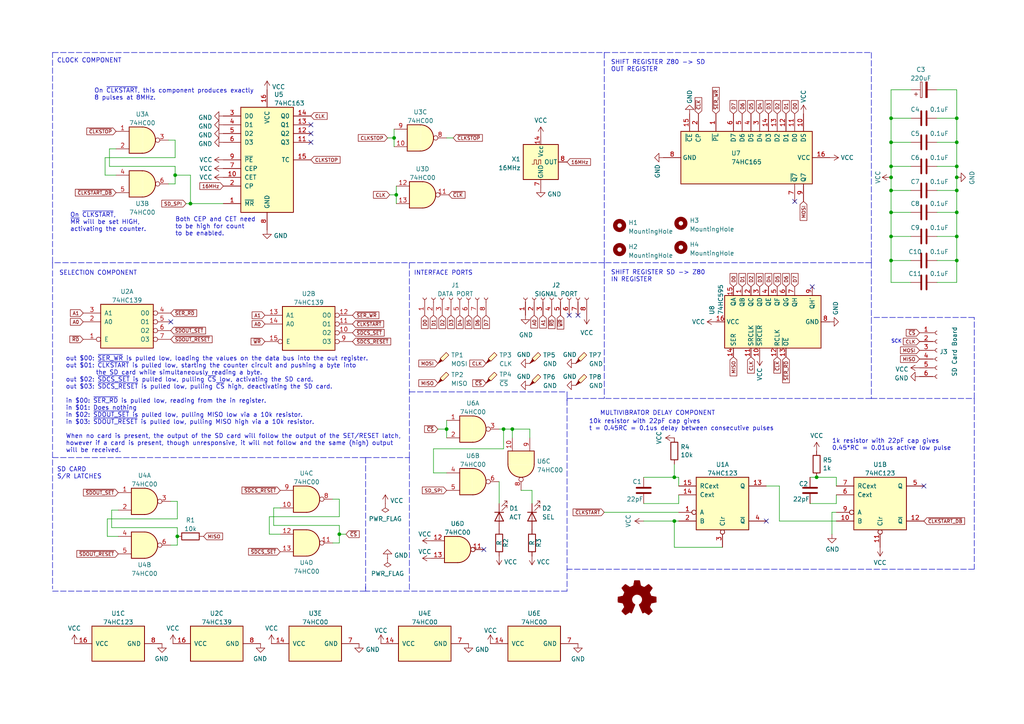
<source format=kicad_sch>
(kicad_sch (version 20211123) (generator eeschema)
  (paper "A4")
  (title_block (title "SD Card Interface Board") (date "2023-08-16") (rev "Rev1"))
  (lib_symbols
    (symbol "74xx:74HC00" (pin_names (offset 1.016))
      (property "Reference" "U" (at 0 1.27 0))
      (property "Value" "74HC00" (at 0 -1.27 0))
      (symbol "74HC00_1_1"
        (pin input line (at -7.62 2.54 0) (length 3.81) (name "~") (number "1"))
        (pin input line (at -7.62 -2.54 0) (length 3.81) (name "~") (number "2"))
        (pin output inverted (at 7.62 0 180) (length 3.81) (name "~") (number "3"))
      )
      (symbol "74HC00_1_2"
        (pin input inverted (at -7.62 2.54 0) (length 4.318) (name "~") (number "1"))
        (pin input inverted (at -7.62 -2.54 0) (length 4.318) (name "~") (number "2"))
        (pin output line (at 7.62 0 180) (length 3.81) (name "~") (number "3"))
      )
      (symbol "74HC00_2_1"
        (pin input line (at -7.62 2.54 0) (length 3.81) (name "~") (number "4"))
        (pin input line (at -7.62 -2.54 0) (length 3.81) (name "~") (number "5"))
        (pin output inverted (at 7.62 0 180) (length 3.81) (name "~") (number "6"))
      )
      (symbol "74HC00_2_2"
        (pin input inverted (at -7.62 2.54 0) (length 4.318) (name "~") (number "4"))
        (pin input inverted (at -7.62 -2.54 0) (length 4.318) (name "~") (number "5"))
        (pin output line (at 7.62 0 180) (length 3.81) (name "~") (number "6"))
      )
      (symbol "74HC00_3_1"
        (pin input line (at -7.62 -2.54 0) (length 3.81) (name "~") (number "10"))
        (pin output inverted (at 7.62 0 180) (length 3.81) (name "~") (number "8"))
        (pin input line (at -7.62 2.54 0) (length 3.81) (name "~") (number "9"))
      )
      (symbol "74HC00_3_2"
        (pin input inverted (at -7.62 -2.54 0) (length 4.318) (name "~") (number "10"))
        (pin output line (at 7.62 0 180) (length 3.81) (name "~") (number "8"))
        (pin input inverted (at -7.62 2.54 0) (length 4.318) (name "~") (number "9"))
      )
      (symbol "74HC00_4_1"
        (pin output inverted (at 7.62 0 180) (length 3.81) (name "~") (number "11"))
        (pin input line (at -7.62 2.54 0) (length 3.81) (name "~") (number "12"))
        (pin input line (at -7.62 -2.54 0) (length 3.81) (name "~") (number "13"))
      )
      (symbol "74HC00_4_2"
        (pin output line (at 7.62 0 180) (length 3.81) (name "~") (number "11"))
        (pin input inverted (at -7.62 2.54 0) (length 4.318) (name "~") (number "12"))
        (pin input inverted (at -7.62 -2.54 0) (length 4.318) (name "~") (number "13"))
      )
      (symbol "74HC00_5_0"
        (pin power_in line (at 0 12.7 270) (length 5.08) (name "VCC") (number "14"))
        (pin power_in line (at 0 -12.7 90) (length 5.08) (name "GND") (number "7"))
      )
    )
    (symbol "74xx:74LS123" (pin_names (offset 1.016))
      (property "Reference" "U" (at -7.62 8.89 0))
      (property "Value" "74LS123" (at -7.62 -8.89 0))
      (symbol "74LS123_1_0"
        (pin input inverted (at -12.7 -2.54 0) (length 5.08) (name "A") (number "1"))
        (pin output line (at 12.7 5.08 180) (length 5.08) (name "Q") (number "13"))
        (pin input line (at -12.7 2.54 0) (length 5.08) (name "Cext") (number "14"))
        (pin input line (at -12.7 5.08 0) (length 5.08) (name "RCext") (number "15"))
        (pin input line (at -12.7 -5.08 0) (length 5.08) (name "B") (number "2"))
        (pin input inverted (at 0 -12.7 90) (length 5.08) (name "Clr") (number "3"))
        (pin output line (at 12.7 -5.08 180) (length 5.08) (name "~{Q}") (number "4"))
      )
      (symbol "74LS123_2_0"
        (pin input line (at -12.7 -5.08 0) (length 5.08) (name "B") (number "10"))
        (pin input inverted (at 0 -12.7 90) (length 5.08) (name "Clr") (number "11"))
        (pin output line (at 12.7 -5.08 180) (length 5.08) (name "~{Q}") (number "12"))
        (pin output line (at 12.7 5.08 180) (length 5.08) (name "Q") (number "5"))
        (pin input line (at -12.7 2.54 0) (length 5.08) (name "Cext") (number "6"))
        (pin input line (at -12.7 5.08 0) (length 5.08) (name "RCext") (number "7"))
        (pin input inverted (at -12.7 -2.54 0) (length 5.08) (name "A") (number "9"))
      )
      (symbol "74LS123_3_0"
        (pin power_in line (at 0 12.7 270) (length 5.08) (name "VCC") (number "16"))
        (pin power_in line (at 0 -12.7 90) (length 5.08) (name "GND") (number "8"))
      )
    )
    (symbol "74xx:74LS139" (pin_names (offset 1.016))
      (property "Reference" "U" (at -7.62 8.89 0))
      (property "Value" "74LS139" (at -7.62 -8.89 0))
      (symbol "74LS139_1_0"
        (pin input inverted (at -12.7 -5.08 0) (length 5.08) (name "E") (number "1"))
        (pin input line (at -12.7 0 0) (length 5.08) (name "A0") (number "2"))
        (pin input line (at -12.7 2.54 0) (length 5.08) (name "A1") (number "3"))
        (pin output inverted (at 12.7 2.54 180) (length 5.08) (name "O0") (number "4"))
        (pin output inverted (at 12.7 0 180) (length 5.08) (name "O1") (number "5"))
        (pin output inverted (at 12.7 -2.54 180) (length 5.08) (name "O2") (number "6"))
        (pin output inverted (at 12.7 -5.08 180) (length 5.08) (name "O3") (number "7"))
      )
      (symbol "74LS139_2_0"
        (pin output inverted (at 12.7 -2.54 180) (length 5.08) (name "O2") (number "10"))
        (pin output inverted (at 12.7 0 180) (length 5.08) (name "O1") (number "11"))
        (pin output inverted (at 12.7 2.54 180) (length 5.08) (name "O0") (number "12"))
        (pin input line (at -12.7 2.54 0) (length 5.08) (name "A1") (number "13"))
        (pin input line (at -12.7 0 0) (length 5.08) (name "A0") (number "14"))
        (pin input inverted (at -12.7 -5.08 0) (length 5.08) (name "E") (number "15"))
        (pin output inverted (at 12.7 -5.08 180) (length 5.08) (name "O3") (number "9"))
      )
      (symbol "74LS139_3_0"
        (pin power_in line (at 0 12.7 270) (length 5.08) (name "VCC") (number "16"))
        (pin power_in line (at 0 -12.7 90) (length 5.08) (name "GND") (number "8"))
      )
    )
    (symbol "74xx:74LS163" (pin_names (offset 1.016))
      (property "Reference" "U" (at -7.62 16.51 0))
      (property "Value" "74LS163" (at -7.62 -16.51 0))
      (symbol "74LS163_1_0"
        (pin input line (at -12.7 -12.7 0) (length 5.08) (name "~{MR}") (number "1"))
        (pin input line (at -12.7 -5.08 0) (length 5.08) (name "CET") (number "10"))
        (pin output line (at 12.7 5.08 180) (length 5.08) (name "Q3") (number "11"))
        (pin output line (at 12.7 7.62 180) (length 5.08) (name "Q2") (number "12"))
        (pin output line (at 12.7 10.16 180) (length 5.08) (name "Q1") (number "13"))
        (pin output line (at 12.7 12.7 180) (length 5.08) (name "Q0") (number "14"))
        (pin output line (at 12.7 0 180) (length 5.08) (name "TC") (number "15"))
        (pin power_in line (at 0 20.32 270) (length 5.08) (name "VCC") (number "16"))
        (pin input line (at -12.7 -7.62 0) (length 5.08) (name "CP") (number "2"))
        (pin input line (at -12.7 12.7 0) (length 5.08) (name "D0") (number "3"))
        (pin input line (at -12.7 10.16 0) (length 5.08) (name "D1") (number "4"))
        (pin input line (at -12.7 7.62 0) (length 5.08) (name "D2") (number "5"))
        (pin input line (at -12.7 5.08 0) (length 5.08) (name "D3") (number "6"))
        (pin input line (at -12.7 -2.54 0) (length 5.08) (name "CEP") (number "7"))
        (pin power_in line (at 0 -20.32 90) (length 5.08) (name "GND") (number "8"))
        (pin input line (at -12.7 0 0) (length 5.08) (name "~{PE}") (number "9"))
      )
    )
    (symbol "74xx:74LS165"
      (property "Reference" "U" (at -7.62 19.05 0))
      (property "Value" "74LS165" (at -7.62 -21.59 0))
      (symbol "74LS165_1_0"
        (pin input line (at -12.7 -10.16 0) (length 5.08) (name "~{PL}") (number "1"))
        (pin input line (at -12.7 15.24 0) (length 5.08) (name "DS") (number "10"))
        (pin input line (at -12.7 12.7 0) (length 5.08) (name "D0") (number "11"))
        (pin input line (at -12.7 10.16 0) (length 5.08) (name "D1") (number "12"))
        (pin input line (at -12.7 7.62 0) (length 5.08) (name "D2") (number "13"))
        (pin input line (at -12.7 5.08 0) (length 5.08) (name "D3") (number "14"))
        (pin input line (at -12.7 -17.78 0) (length 5.08) (name "~{CE}") (number "15"))
        (pin power_in line (at 0 22.86 270) (length 5.08) (name "VCC") (number "16"))
        (pin input line (at -12.7 -15.24 0) (length 5.08) (name "CP") (number "2"))
        (pin input line (at -12.7 2.54 0) (length 5.08) (name "D4") (number "3"))
        (pin input line (at -12.7 0 0) (length 5.08) (name "D5") (number "4"))
        (pin input line (at -12.7 -2.54 0) (length 5.08) (name "D6") (number "5"))
        (pin input line (at -12.7 -5.08 0) (length 5.08) (name "D7") (number "6"))
        (pin output line (at 12.7 12.7 180) (length 5.08) (name "~{Q7}") (number "7"))
        (pin power_in line (at 0 -25.4 90) (length 5.08) (name "GND") (number "8"))
        (pin output line (at 12.7 15.24 180) (length 5.08) (name "Q7") (number "9"))
      )
    )
    (symbol "74xx:74LS595"
      (property "Reference" "U" (at -7.62 13.97 0))
      (property "Value" "74LS595" (at -7.62 -16.51 0))
      (symbol "74LS595_1_0"
        (pin tri_state line (at 10.16 7.62 180) (length 2.54) (name "QB") (number "1"))
        (pin input line (at -10.16 2.54 0) (length 2.54) (name "~{SRCLR}") (number "10"))
        (pin input line (at -10.16 5.08 0) (length 2.54) (name "SRCLK") (number "11"))
        (pin input line (at -10.16 -2.54 0) (length 2.54) (name "RCLK") (number "12"))
        (pin input line (at -10.16 -5.08 0) (length 2.54) (name "~{OE}") (number "13"))
        (pin input line (at -10.16 10.16 0) (length 2.54) (name "SER") (number "14"))
        (pin tri_state line (at 10.16 10.16 180) (length 2.54) (name "QA") (number "15"))
        (pin power_in line (at 0 15.24 270) (length 2.54) (name "VCC") (number "16"))
        (pin tri_state line (at 10.16 5.08 180) (length 2.54) (name "QC") (number "2"))
        (pin tri_state line (at 10.16 2.54 180) (length 2.54) (name "QD") (number "3"))
        (pin tri_state line (at 10.16 0 180) (length 2.54) (name "QE") (number "4"))
        (pin tri_state line (at 10.16 -2.54 180) (length 2.54) (name "QF") (number "5"))
        (pin tri_state line (at 10.16 -5.08 180) (length 2.54) (name "QG") (number "6"))
        (pin tri_state line (at 10.16 -7.62 180) (length 2.54) (name "QH") (number "7"))
        (pin power_in line (at 0 -17.78 90) (length 2.54) (name "GND") (number "8"))
        (pin output line (at 10.16 -12.7 180) (length 2.54) (name "QH'") (number "9"))
      )
    )
    (symbol "Connector:Conn_01x06_Female" (pin_names (offset 1.016) hide)
      (property "Reference" "J" (at 0 7.62 0))
      (property "Value" "Conn_01x06_Female" (at 0 -10.16 0))
      (symbol "Conn_01x06_Female_1_1"
        (pin passive line (at -5.08 5.08 0) (length 3.81) (name "Pin_1") (number "1"))
        (pin passive line (at -5.08 2.54 0) (length 3.81) (name "Pin_2") (number "2"))
        (pin passive line (at -5.08 0 0) (length 3.81) (name "Pin_3") (number "3"))
        (pin passive line (at -5.08 -2.54 0) (length 3.81) (name "Pin_4") (number "4"))
        (pin passive line (at -5.08 -5.08 0) (length 3.81) (name "Pin_5") (number "5"))
        (pin passive line (at -5.08 -7.62 0) (length 3.81) (name "Pin_6") (number "6"))
      )
    )
    (symbol "Connector:Conn_01x08_Female" (pin_names (offset 1.016) hide)
      (property "Reference" "J" (at 0 10.16 0))
      (property "Value" "Conn_01x08_Female" (at 0 -12.7 0))
      (symbol "Conn_01x08_Female_1_1"
        (pin passive line (at -5.08 7.62 0) (length 3.81) (name "Pin_1") (number "1"))
        (pin passive line (at -5.08 5.08 0) (length 3.81) (name "Pin_2") (number "2"))
        (pin passive line (at -5.08 2.54 0) (length 3.81) (name "Pin_3") (number "3"))
        (pin passive line (at -5.08 0 0) (length 3.81) (name "Pin_4") (number "4"))
        (pin passive line (at -5.08 -2.54 0) (length 3.81) (name "Pin_5") (number "5"))
        (pin passive line (at -5.08 -5.08 0) (length 3.81) (name "Pin_6") (number "6"))
        (pin passive line (at -5.08 -7.62 0) (length 3.81) (name "Pin_7") (number "7"))
        (pin passive line (at -5.08 -10.16 0) (length 3.81) (name "Pin_8") (number "8"))
      )
    )
    (symbol "Connector:TestPoint_Probe" (pin_numbers hide) (pin_names (offset 0.762) hide)
      (property "Reference" "TP" (at 1.651 5.842 0))
      (property "Value" "TestPoint_Probe" (at 1.651 4.064 0))
      (symbol "TestPoint_Probe_1_1"
        (pin passive line (at 0 0 90) (length 0) (name "1") (number "1"))
      )
    )
    (symbol "Device:C" (pin_numbers hide) (pin_names (offset 0.254))
      (property "Reference" "C" (at 0.635 2.54 0))
      (property "Value" "C" (at 0.635 -2.54 0))
      (symbol "C_1_1"
        (pin passive line (at 0 3.81 270) (length 2.794) (name "~") (number "1"))
        (pin passive line (at 0 -3.81 90) (length 2.794) (name "~") (number "2"))
      )
    )
    (symbol "Device:C_Polarized" (pin_numbers hide) (pin_names (offset 0.254))
      (property "Reference" "C" (at 0.635 2.54 0))
      (property "Value" "C_Polarized" (at 0.635 -2.54 0))
      (symbol "C_Polarized_1_1"
        (pin passive line (at 0 3.81 270) (length 2.794) (name "~") (number "1"))
        (pin passive line (at 0 -3.81 90) (length 2.794) (name "~") (number "2"))
      )
    )
    (symbol "Device:LED" (pin_numbers hide) (pin_names (offset 1.016) hide)
      (property "Reference" "D" (at 0 2.54 0))
      (property "Value" "LED" (at 0 -2.54 0))
      (symbol "LED_1_1"
        (pin passive line (at -3.81 0 0) (length 2.54) (name "K") (number "1"))
        (pin passive line (at 3.81 0 180) (length 2.54) (name "A") (number "2"))
      )
    )
    (symbol "Device:R" (pin_numbers hide) (pin_names (offset 0))
      (property "Reference" "R" (at 2.032 0 90))
      (property "Value" "R" (at 0 0 90))
      (symbol "R_1_1"
        (pin passive line (at 0 3.81 270) (length 1.27) (name "~") (number "1"))
        (pin passive line (at 0 -3.81 90) (length 1.27) (name "~") (number "2"))
      )
    )
    (symbol "Graphic:Logo_Open_Hardware_Small" (pin_names (offset 1.016)))
    (symbol "Mechanical:MountingHole" (pin_names (offset 1.016))
      (property "Reference" "H" (at 0 5.08 0))
      (property "Value" "MountingHole" (at 0 3.175 0))
    )
    (symbol "Oscillator:TCXO-14" (pin_names (offset 0.254))
      (property "Reference" "X" (at -5.08 6.35 0))
      (property "Value" "TCXO-14" (at 1.27 -6.35 0))
      (symbol "TCXO-14_1_1"
        (pin no_connect line (at -7.62 0 0) (length 2.54) hide (name "NC") (number "1"))
        (pin power_in line (at 0 7.62 270) (length 2.54) (name "Vcc") (number "14"))
        (pin power_in line (at 0 -7.62 90) (length 2.54) (name "GND") (number "7"))
        (pin output line (at 7.62 0 180) (length 2.54) (name "OUT") (number "8"))
      )
    )
    (symbol "power:GND" (power) (pin_names (offset 0))
      (property "Value" "GND" (at 0 -3.81 0))
      (symbol "GND_1_1"
        (pin power_in line (at 0 0 270) (length 0) hide (name "GND") (number "1"))
      )
    )
    (symbol "power:PWR_FLAG" (power) (pin_numbers hide) (pin_names (offset 0) hide)
      (property "Value" "PWR_FLAG" (at 0 3.81 0))
      (symbol "PWR_FLAG_0_0"
        (pin power_out line (at 0 0 90) (length 0) (name "pwr") (number "1"))
      )
    )
    (symbol "power:VCC" (power) (pin_names (offset 0))
      (property "Value" "VCC" (at 0 3.81 0))
      (symbol "VCC_1_1"
        (pin power_in line (at 0 0 90) (length 0) hide (name "VCC") (number "1"))
      )
    )
  )
  (junction (at 277.495 61.595))
  (junction (at 258.445 61.595))
  (junction (at 55.245 59.055))
  (junction (at 195.58 138.43))
  (junction (at 98.425 154.94))
  (junction (at 146.05 124.46))
  (junction (at 129.54 124.46))
  (junction (at 236.855 138.43))
  (junction (at 258.445 75.565))
  (junction (at 258.445 51.435))
  (junction (at 277.495 51.435))
  (junction (at 277.495 55.245))
  (junction (at 277.495 34.29))
  (junction (at 50.8 50.8))
  (junction (at 277.495 68.58))
  (junction (at 258.445 55.245))
  (junction (at 148.59 124.46))
  (junction (at 258.445 34.29))
  (junction (at 258.445 41.275))
  (junction (at 114.935 56.515))
  (junction (at 277.495 41.275))
  (junction (at 195.58 151.13))
  (junction (at 114.3 40.005))
  (junction (at 51.435 155.575))
  (junction (at 277.495 48.26))
  (junction (at 258.445 68.58))
  (junction (at 277.495 75.565))
  (junction (at 258.445 48.26))
  (no_connect (at 90.17 36.195))
  (no_connect (at 230.505 58.42))
  (no_connect (at 222.25 151.13))
  (no_connect (at 167.64 91.44))
  (no_connect (at 235.585 83.185))
  (no_connect (at 140.335 159.385))
  (no_connect (at 165.1 91.44))
  (no_connect (at 90.17 41.275))
  (no_connect (at 49.53 93.345))
  (no_connect (at 90.17 38.735))
  (no_connect (at 267.97 140.97))
  (wire (pts (xy 258.445 55.245) (xy 258.445 51.435)))
  (wire (pts (xy 258.445 26.035) (xy 264.16 26.035)))
  (wire (pts (xy 195.58 134.62) (xy 195.58 138.43)))
  (wire (pts (xy 114.3 40.005) (xy 114.3 37.465)))
  (polyline (pts (xy 15.875 76.2) (xy 175.26 76.2)))
  (wire (pts (xy 264.16 68.58) (xy 258.445 68.58)))
  (wire (pts (xy 129.54 40.005) (xy 131.445 40.005)))
  (polyline (pts (xy 106.045 132.715) (xy 106.045 170.815)))
  (wire (pts (xy 271.78 26.035) (xy 277.495 26.035)))
  (wire (pts (xy 50.8 45.72) (xy 30.48 45.72)))
  (wire (pts (xy 79.375 147.32) (xy 81.28 147.32)))
  (wire (pts (xy 51.435 158.115) (xy 51.435 155.575)))
  (wire (pts (xy 146.05 124.46) (xy 148.59 124.46)))
  (wire (pts (xy 186.69 151.13) (xy 195.58 151.13)))
  (wire (pts (xy 49.53 145.415) (xy 51.435 145.415)))
  (wire (pts (xy 50.8 53.34) (xy 50.8 50.8)))
  (wire (pts (xy 236.855 138.43) (xy 234.95 138.43)))
  (polyline (pts (xy 106.045 171.45) (xy 106.045 170.18)))
  (wire (pts (xy 30.48 45.72) (xy 30.48 50.8)))
  (wire (pts (xy 271.78 41.275) (xy 277.495 41.275)))
  (wire (pts (xy 151.13 142.24) (xy 154.305 142.24)))
  (wire (pts (xy 98.425 144.78) (xy 98.425 149.86)))
  (polyline (pts (xy 164.465 115.57) (xy 164.465 116.205)))
  (wire (pts (xy 32.385 153.035) (xy 32.385 147.955)))
  (wire (pts (xy 78.105 154.94) (xy 81.28 154.94)))
  (polyline (pts (xy 252.73 15.24) (xy 252.73 76.2)))
  (polyline (pts (xy 118.745 132.715) (xy 118.745 171.45)))
  (wire (pts (xy 98.425 157.48) (xy 98.425 154.94)))
  (wire (pts (xy 50.8 50.8) (xy 55.245 50.8)))
  (wire (pts (xy 144.78 139.7) (xy 144.78 146.05)))
  (wire (pts (xy 98.425 149.86) (xy 78.105 149.86)))
  (wire (pts (xy 48.895 53.34) (xy 50.8 53.34)))
  (wire (pts (xy 258.445 81.915) (xy 258.445 75.565)))
  (wire (pts (xy 186.69 146.05) (xy 196.85 146.05)))
  (wire (pts (xy 79.375 152.4) (xy 79.375 147.32)))
  (polyline (pts (xy 175.26 115.57) (xy 164.465 115.57)))
  (wire (pts (xy 277.495 68.58) (xy 271.78 68.58)))
  (polyline (pts (xy 164.465 171.45) (xy 106.045 171.45)))
  (wire (pts (xy 258.445 26.035) (xy 258.445 34.29)))
  (wire (pts (xy 258.445 61.595) (xy 258.445 55.245)))
  (wire (pts (xy 271.78 48.26) (xy 277.495 48.26)))
  (polyline (pts (xy 252.73 115.57) (xy 282.575 115.57)))
  (wire (pts (xy 264.16 75.565) (xy 258.445 75.565)))
  (polyline (pts (xy 106.045 132.715) (xy 118.745 132.715)))
  (wire (pts (xy 114.935 53.975) (xy 114.935 56.515)))
  (wire (pts (xy 129.54 124.46) (xy 129.54 127)))
  (wire (pts (xy 113.03 56.515) (xy 114.935 56.515)))
  (wire (pts (xy 258.445 68.58) (xy 258.445 61.595)))
  (wire (pts (xy 146.05 130.175) (xy 125.73 130.175)))
  (wire (pts (xy 51.435 145.415) (xy 51.435 150.495)))
  (polyline (pts (xy 282.575 115.57) (xy 282.575 165.1)))
  (wire (pts (xy 258.445 48.26) (xy 264.16 48.26)))
  (wire (pts (xy 31.115 150.495) (xy 31.115 155.575)))
  (wire (pts (xy 30.48 50.8) (xy 33.655 50.8)))
  (wire (pts (xy 258.445 55.245) (xy 264.16 55.245)))
  (polyline (pts (xy 282.575 92.075) (xy 252.73 92.075)))
  (wire (pts (xy 195.58 158.75) (xy 209.55 158.75)))
  (polyline (pts (xy 164.465 113.665) (xy 164.465 171.45)))
  (wire (pts (xy 96.52 144.78) (xy 98.425 144.78)))
  (wire (pts (xy 98.425 154.94) (xy 98.425 152.4)))
  (wire (pts (xy 55.245 50.8) (xy 55.245 59.055)))
  (wire (pts (xy 258.445 61.595) (xy 264.16 61.595)))
  (wire (pts (xy 49.53 158.115) (xy 51.435 158.115)))
  (wire (pts (xy 258.445 48.26) (xy 258.445 41.275)))
  (polyline (pts (xy 282.575 115.57) (xy 282.575 92.075)))
  (polyline (pts (xy 252.73 115.57) (xy 175.26 115.57)))
  (wire (pts (xy 234.95 146.05) (xy 242.57 146.05)))
  (wire (pts (xy 242.57 140.97) (xy 242.57 138.43)))
  (wire (pts (xy 226.06 151.13) (xy 226.06 140.97)))
  (wire (pts (xy 195.58 151.13) (xy 195.58 158.75)))
  (wire (pts (xy 195.58 151.13) (xy 196.85 151.13)))
  (wire (pts (xy 186.69 138.43) (xy 195.58 138.43)))
  (wire (pts (xy 51.435 155.575) (xy 51.435 153.035)))
  (polyline (pts (xy 252.73 76.2) (xy 175.26 76.2)))
  (wire (pts (xy 277.495 34.29) (xy 277.495 41.275)))
  (wire (pts (xy 78.105 149.86) (xy 78.105 154.94)))
  (polyline (pts (xy 15.24 171.45) (xy 106.045 171.45)))
  (wire (pts (xy 242.57 146.05) (xy 242.57 143.51)))
  (wire (pts (xy 96.52 157.48) (xy 98.425 157.48)))
  (wire (pts (xy 271.78 55.245) (xy 277.495 55.245)))
  (wire (pts (xy 226.06 151.13) (xy 242.57 151.13)))
  (wire (pts (xy 50.8 40.64) (xy 50.8 45.72)))
  (wire (pts (xy 175.26 148.59) (xy 196.85 148.59)))
  (polyline (pts (xy 15.24 76.2) (xy 15.24 170.815)))
  (polyline (pts (xy 118.745 132.715) (xy 118.745 113.665)))
  (polyline (pts (xy 118.745 76.2) (xy 118.745 113.665)))
  (polyline (pts (xy 118.745 113.665) (xy 164.465 113.665)))
  (wire (pts (xy 50.8 50.8) (xy 50.8 48.26)))
  (wire (pts (xy 31.115 155.575) (xy 34.29 155.575)))
  (wire (pts (xy 277.495 75.565) (xy 271.78 75.565)))
  (wire (pts (xy 114.3 40.005) (xy 114.3 42.545)))
  (wire (pts (xy 125.73 137.16) (xy 129.54 137.16)))
  (wire (pts (xy 48.895 40.64) (xy 50.8 40.64)))
  (polyline (pts (xy 252.73 76.2) (xy 252.73 115.57)))
  (wire (pts (xy 258.445 51.435) (xy 258.445 48.26)))
  (wire (pts (xy 112.395 40.005) (xy 114.3 40.005)))
  (wire (pts (xy 258.445 41.275) (xy 264.16 41.275)))
  (wire (pts (xy 154.305 142.24) (xy 154.305 146.05)))
  (wire (pts (xy 31.75 43.18) (xy 33.655 43.18)))
  (wire (pts (xy 98.425 154.94) (xy 100.33 154.94)))
  (wire (pts (xy 258.445 75.565) (xy 258.445 68.58)))
  (wire (pts (xy 98.425 152.4) (xy 79.375 152.4)))
  (polyline (pts (xy 175.26 76.2) (xy 175.26 115.57)))
  (wire (pts (xy 148.59 124.46) (xy 148.59 127)))
  (wire (pts (xy 258.445 81.915) (xy 264.16 81.915)))
  (wire (pts (xy 241.3 154.94) (xy 241.3 148.59)))
  (wire (pts (xy 277.495 68.58) (xy 277.495 75.565)))
  (wire (pts (xy 31.75 48.26) (xy 31.75 43.18)))
  (wire (pts (xy 226.06 140.97) (xy 222.25 140.97)))
  (wire (pts (xy 196.85 146.05) (xy 196.85 143.51)))
  (wire (pts (xy 258.445 34.29) (xy 264.16 34.29)))
  (wire (pts (xy 271.78 81.915) (xy 277.495 81.915)))
  (polyline (pts (xy 282.575 165.1) (xy 164.465 165.1)))
  (wire (pts (xy 127 124.46) (xy 129.54 124.46)))
  (wire (pts (xy 277.495 48.26) (xy 277.495 51.435)))
  (polyline (pts (xy 15.24 76.2) (xy 15.24 15.24)))
  (wire (pts (xy 277.495 55.245) (xy 277.495 61.595)))
  (wire (pts (xy 32.385 147.955) (xy 34.29 147.955)))
  (wire (pts (xy 55.245 59.055) (xy 64.77 59.055)))
  (wire (pts (xy 51.435 153.035) (xy 32.385 153.035)))
  (wire (pts (xy 271.78 34.29) (xy 277.495 34.29)))
  (wire (pts (xy 271.78 61.595) (xy 277.495 61.595)))
  (polyline (pts (xy 175.26 15.24) (xy 252.73 15.24)))
  (wire (pts (xy 50.8 48.26) (xy 31.75 48.26)))
  (wire (pts (xy 148.59 124.46) (xy 153.67 124.46)))
  (wire (pts (xy 125.73 130.175) (xy 125.73 137.16)))
  (wire (pts (xy 196.85 140.97) (xy 196.85 138.43)))
  (wire (pts (xy 277.495 41.275) (xy 277.495 48.26)))
  (wire (pts (xy 51.435 150.495) (xy 31.115 150.495)))
  (wire (pts (xy 277.495 75.565) (xy 277.495 81.915)))
  (polyline (pts (xy 15.24 132.715) (xy 106.045 132.715)))
  (wire (pts (xy 196.85 138.43) (xy 195.58 138.43)))
  (wire (pts (xy 277.495 26.035) (xy 277.495 34.29)))
  (wire (pts (xy 153.67 124.46) (xy 153.67 127)))
  (wire (pts (xy 53.975 59.055) (xy 55.245 59.055)))
  (wire (pts (xy 258.445 41.275) (xy 258.445 34.29)))
  (wire (pts (xy 114.935 56.515) (xy 114.935 59.055)))
  (polyline (pts (xy 175.26 15.24) (xy 175.26 76.2)))
  (wire (pts (xy 241.3 148.59) (xy 242.57 148.59)))
  (wire (pts (xy 146.05 124.46) (xy 146.05 130.175)))
  (wire (pts (xy 277.495 61.595) (xy 277.495 68.58)))
  (polyline (pts (xy 15.24 15.24) (xy 175.26 15.24)))
  (wire (pts (xy 144.78 124.46) (xy 146.05 124.46)))
  (wire (pts (xy 277.495 51.435) (xy 277.495 55.245)))
  (wire (pts (xy 242.57 138.43) (xy 236.855 138.43)))
  (wire (pts (xy 129.54 124.46) (xy 129.54 121.92)))
  (text "SHIFT REGISTER SD -> Z80\nIN REGISTER" (at 177.165 81.915 0) (effects (font (size 1.27 1.27)) (justify left bottom)))
  (text "SD CARD\nS/R LATCHES" (at 16.51 139.065 0) (effects (font (size 1.27 1.27)) (justify left bottom)))
  (text "out $00: ~{SER_WR} is pulled low, loading the values on the data bus into the out register.\nout $01: ~{CLKSTART} is pulled low, starting the counter circuit and pushing a byte into \n         the SD card while simultaneously reading a byte.\nout $02: ~{SDCS_SET} is pulled low, pulling ~{CS} low, activating the SD card.\nout $03: ~{SDCS_RESET} is pulled low, pulling ~{CS} high, deactivating the SD card." (at 19.05 113.03 0) (effects (font (size 1.27 1.27)) (justify left bottom)))
  (text "On ~{CLKSTART}, this component produces exactly\n8 pulses at 8MHz." (at 27.305 29.21 0) (effects (font (size 1.27 1.27)) (justify left bottom)))
  (text "On ~{CLKSTART}, \n~{MR} will be set HIGH, \nactivating the counter." (at 20.32 67.31 0) (effects (font (size 1.27 1.27)) (justify left bottom)))
  (text "in $00: ~{SER_RD} is pulled low, reading from the in register.\nin $01: Does nothing\nin $02: ~{SDOUT_SET} is pulled low, pulling MISO low via a 10k resistor.\nin $03: ~{SDOUT_RESET} is pulled low, pulling MISO high via a 10k resistor.\n\nWhen no card is present, the output of the SD card will follow the output of the SET/RESET latch,\nhowever if a card is present, though unresponsive, it will not follow and the same (high) output\nwill be received." (at 19.05 131.445 0) (effects (font (size 1.27 1.27)) (justify left bottom)))
  (text "SELECTION COMPONENT" (at 17.145 80.01 0) (effects (font (size 1.27 1.27)) (justify left bottom)))
  (text "1k resistor with 22pF cap gives\n0.45*RC = 0.01us active low pulse" (at 241.3 130.81 0) (effects (font (size 1.27 1.27)) (justify left bottom)))
  (text "10k resistor with 22pF cap gives\nt = 0.45RC = 0.1us delay between consecutive pulses" (at 170.815 125.095 0) (effects (font (size 1.27 1.27)) (justify left bottom)))
  (text "CLOCK COMPONENT" (at 16.51 18.415 0) (effects (font (size 1.27 1.27)) (justify left bottom)))
  (text "INTERFACE PORTS" (at 120.015 80.01 0) (effects (font (size 1.27 1.27)) (justify left bottom)))
  (text "Both CEP and CET need\nto be high for count\nto be enabled." (at 50.8 68.58 0) (effects (font (size 1.27 1.27)) (justify left bottom)))
  (text "SCK" (at 258.445 99.695 0) (effects (font (size 1 1)) (justify left bottom)))
  (text "MULTIVIBRATOR DELAY COMPONENT" (at 173.99 120.65 0) (effects (font (size 1.27 1.27)) (justify left bottom)))
  (text "SHIFT REGISTER Z80 -> SD\nOUT REGISTER" (at 177.165 20.955 0) (effects (font (size 1.27 1.27)) (justify left bottom)))
  (global_label "~{CLKSTOP}" (shape input) (at 131.445 40.005 0) (effects (font (size 1 1))) (property "Intersheet References" "${INTERSHEET_REFS}" (effects hide)))
  (global_label "MISO" (shape input) (at 266.7 104.14 180) (effects (font (size 1 1))) (property "Intersheet References" "${INTERSHEET_REFS}" (effects hide)))
  (global_label "~{SDOUT_RESET}" (shape input) (at 34.29 160.655 180) (effects (font (size 1 1))) (property "Intersheet References" "${INTERSHEET_REFS}" (effects hide)))
  (global_label "~{SDOUT_SET}" (shape input) (at 49.53 95.885 0) (effects (font (size 1 1))) (property "Intersheet References" "${INTERSHEET_REFS}" (effects hide)))
  (global_label "MOSI" (shape input) (at 233.045 58.42 270) (effects (font (size 1 1))) (property "Intersheet References" "${INTERSHEET_REFS}" (effects hide)))
  (global_label "CLKSTOP" (shape input) (at 112.395 40.005 180) (effects (font (size 1 1))) (property "Intersheet References" "${INTERSHEET_REFS}" (effects hide)))
  (global_label "A1" (shape input) (at 157.48 91.44 270) (effects (font (size 1 1))) (property "Intersheet References" "${INTERSHEET_REFS}" (effects hide)))
  (global_label "SD_SPI" (shape input) (at 53.975 59.055 180) (effects (font (size 1 1))) (property "Intersheet References" "${INTERSHEET_REFS}" (effects hide)))
  (global_label "D7" (shape input) (at 230.505 83.185 90) (effects (font (size 1 1))) (property "Intersheet References" "${INTERSHEET_REFS}" (effects hide)))
  (global_label "D0" (shape input) (at 123.19 91.44 270) (effects (font (size 1 1))) (property "Intersheet References" "${INTERSHEET_REFS}" (effects hide)))
  (global_label "D6" (shape input) (at 138.43 91.44 270) (effects (font (size 1 1))) (property "Intersheet References" "${INTERSHEET_REFS}" (effects hide)))
  (global_label "D5" (shape input) (at 225.425 83.185 90) (effects (font (size 1 1))) (property "Intersheet References" "${INTERSHEET_REFS}" (effects hide)))
  (global_label "A0" (shape input) (at 24.13 93.345 180) (effects (font (size 1 1))) (property "Intersheet References" "${INTERSHEET_REFS}" (effects hide)))
  (global_label "~{SDCS_SET}" (shape input) (at 102.235 96.52 0) (effects (font (size 1 1))) (property "Intersheet References" "${INTERSHEET_REFS}" (effects hide)))
  (global_label "D4" (shape input) (at 133.35 91.44 270) (effects (font (size 1 1))) (property "Intersheet References" "${INTERSHEET_REFS}" (effects hide)))
  (global_label "MISO" (shape input) (at 59.055 155.575 0) (effects (font (size 1 1))) (property "Intersheet References" "${INTERSHEET_REFS}" (effects hide)))
  (global_label "D5" (shape input) (at 217.805 33.02 90) (effects (font (size 1 1))) (property "Intersheet References" "${INTERSHEET_REFS}" (effects hide)))
  (global_label "D1" (shape input) (at 227.965 33.02 90) (effects (font (size 1 1))) (property "Intersheet References" "${INTERSHEET_REFS}" (effects hide)))
  (global_label "~{CS}" (shape input) (at 127 124.46 180) (effects (font (size 1 1))) (property "Intersheet References" "${INTERSHEET_REFS}" (effects hide)))
  (global_label "CLK" (shape input) (at 90.17 33.655 0) (effects (font (size 1 1))) (property "Intersheet References" "${INTERSHEET_REFS}" (effects hide)))
  (global_label "~{CLKSTART_DB}" (shape input) (at 33.655 55.88 180) (effects (font (size 1 1))) (property "Intersheet References" "${INTERSHEET_REFS}" (effects hide)))
  (global_label "~{SER_WR}" (shape input) (at 207.645 33.02 90) (effects (font (size 1 1))) (property "Intersheet References" "${INTERSHEET_REFS}" (effects hide)))
  (global_label "D4" (shape input) (at 220.345 33.02 90) (effects (font (size 1 1))) (property "Intersheet References" "${INTERSHEET_REFS}" (effects hide)))
  (global_label "MOSI" (shape input) (at 127 105.41 180) (effects (font (size 1 1))) (property "Intersheet References" "${INTERSHEET_REFS}" (effects hide)))
  (global_label "~{SDOUT_SET}" (shape input) (at 34.29 142.875 180) (effects (font (size 1 1))) (property "Intersheet References" "${INTERSHEET_REFS}" (effects hide)))
  (global_label "D7" (shape input) (at 140.97 91.44 270) (effects (font (size 1 1))) (property "Intersheet References" "${INTERSHEET_REFS}" (effects hide)))
  (global_label "D0" (shape input) (at 212.725 83.185 90) (effects (font (size 1 1))) (property "Intersheet References" "${INTERSHEET_REFS}" (effects hide)))
  (global_label "~{RD}" (shape input) (at 24.13 98.425 180) (effects (font (size 0.9906 0.9906))) (property "Intersheet References" "${INTERSHEET_REFS}" (effects hide)))
  (global_label "MISO" (shape input) (at 127 111.125 180) (effects (font (size 1 1))) (property "Intersheet References" "${INTERSHEET_REFS}" (effects hide)))
  (global_label "16MHz" (shape input) (at 64.77 53.975 180) (effects (font (size 1 1))) (property "Intersheet References" "${INTERSHEET_REFS}" (effects hide)))
  (global_label "~{CS}" (shape input) (at 140.97 111.125 180) (effects (font (size 1 1))) (property "Intersheet References" "${INTERSHEET_REFS}" (effects hide)))
  (global_label "~{CS}" (shape input) (at 266.7 96.52 180) (effects (font (size 1 1))) (property "Intersheet References" "${INTERSHEET_REFS}" (effects hide)))
  (global_label "~{SDCS_SET}" (shape input) (at 81.28 160.02 180) (effects (font (size 1 1))) (property "Intersheet References" "${INTERSHEET_REFS}" (effects hide)))
  (global_label "D7" (shape input) (at 212.725 33.02 90) (effects (font (size 1 1))) (property "Intersheet References" "${INTERSHEET_REFS}" (effects hide)))
  (global_label "~{CLK}" (shape input) (at 130.175 56.515 0) (effects (font (size 1 1))) (property "Intersheet References" "${INTERSHEET_REFS}" (effects hide)))
  (global_label "A1" (shape input) (at 76.835 91.44 180) (effects (font (size 1 1))) (property "Intersheet References" "${INTERSHEET_REFS}" (effects hide)))
  (global_label "~{SER_WR}" (shape input) (at 102.235 91.44 0) (effects (font (size 1 1))) (property "Intersheet References" "${INTERSHEET_REFS}" (effects hide)))
  (global_label "~{SER_RD}" (shape input) (at 227.965 103.505 270) (effects (font (size 1 1))) (property "Intersheet References" "${INTERSHEET_REFS}" (effects hide)))
  (global_label "A0" (shape input) (at 76.835 93.98 180) (effects (font (size 1 1))) (property "Intersheet References" "${INTERSHEET_REFS}" (effects hide)))
  (global_label "D1" (shape input) (at 125.73 91.44 270) (effects (font (size 1 1))) (property "Intersheet References" "${INTERSHEET_REFS}" (effects hide)))
  (global_label "CLK" (shape input) (at 140.97 105.41 180) (effects (font (size 1 1))) (property "Intersheet References" "${INTERSHEET_REFS}" (effects hide)))
  (global_label "~{SDOUT_RESET}" (shape input) (at 49.53 98.425 0) (effects (font (size 1 1))) (property "Intersheet References" "${INTERSHEET_REFS}" (effects hide)))
  (global_label "D5" (shape input) (at 135.89 91.44 270) (effects (font (size 1 1))) (property "Intersheet References" "${INTERSHEET_REFS}" (effects hide)))
  (global_label "MISO" (shape input) (at 212.725 103.505 270) (effects (font (size 1 1))) (property "Intersheet References" "${INTERSHEET_REFS}" (effects hide)))
  (global_label "D1" (shape input) (at 215.265 83.185 90) (effects (font (size 1 1))) (property "Intersheet References" "${INTERSHEET_REFS}" (effects hide)))
  (global_label "~{SDCS_RESET}" (shape input) (at 81.28 142.24 180) (effects (font (size 1 1))) (property "Intersheet References" "${INTERSHEET_REFS}" (effects hide)))
  (global_label "~{WR}" (shape input) (at 162.56 91.44 270) (effects (font (size 0.9906 0.9906))) (property "Intersheet References" "${INTERSHEET_REFS}" (effects hide)))
  (global_label "~{CLKSTART}" (shape input) (at 175.26 148.59 180) (effects (font (size 1 1))) (property "Intersheet References" "${INTERSHEET_REFS}" (effects hide)))
  (global_label "D2" (shape input) (at 217.805 83.185 90) (effects (font (size 1 1))) (property "Intersheet References" "${INTERSHEET_REFS}" (effects hide)))
  (global_label "~{CLK}" (shape input) (at 202.565 33.02 90) (effects (font (size 1 1))) (property "Intersheet References" "${INTERSHEET_REFS}" (effects hide)))
  (global_label "D3" (shape input) (at 222.885 33.02 90) (effects (font (size 1 1))) (property "Intersheet References" "${INTERSHEET_REFS}" (effects hide)))
  (global_label "D4" (shape input) (at 222.885 83.185 90) (effects (font (size 1 1))) (property "Intersheet References" "${INTERSHEET_REFS}" (effects hide)))
  (global_label "D3" (shape input) (at 130.81 91.44 270) (effects (font (size 1 1))) (property "Intersheet References" "${INTERSHEET_REFS}" (effects hide)))
  (global_label "~{CLKSTOP}" (shape input) (at 33.655 38.1 180) (effects (font (size 1 1))) (property "Intersheet References" "${INTERSHEET_REFS}" (effects hide)))
  (global_label "~{SDCS_RESET}" (shape input) (at 102.235 99.06 0) (effects (font (size 1 1))) (property "Intersheet References" "${INTERSHEET_REFS}" (effects hide)))
  (global_label "~{CS}" (shape input) (at 100.33 154.94 0) (effects (font (size 1 1))) (property "Intersheet References" "${INTERSHEET_REFS}" (effects hide)))
  (global_label "~{CLKSTART_DB}" (shape input) (at 267.97 151.13 0) (effects (font (size 1 1))) (property "Intersheet References" "${INTERSHEET_REFS}" (effects hide)))
  (global_label "D3" (shape input) (at 220.345 83.185 90) (effects (font (size 1 1))) (property "Intersheet References" "${INTERSHEET_REFS}" (effects hide)))
  (global_label "A0" (shape input) (at 154.94 91.44 270) (effects (font (size 1 1))) (property "Intersheet References" "${INTERSHEET_REFS}" (effects hide)))
  (global_label "~{CLKSTART}" (shape input) (at 102.235 93.98 0) (effects (font (size 1 1))) (property "Intersheet References" "${INTERSHEET_REFS}" (effects hide)))
  (global_label "~{WR}" (shape input) (at 76.835 99.06 180) (effects (font (size 0.9906 0.9906))) (property "Intersheet References" "${INTERSHEET_REFS}" (effects hide)))
  (global_label "~{SER_RD}" (shape input) (at 49.53 90.805 0) (effects (font (size 1 1))) (property "Intersheet References" "${INTERSHEET_REFS}" (effects hide)))
  (global_label "~{CLK}" (shape input) (at 225.425 103.505 270) (effects (font (size 1 1))) (property "Intersheet References" "${INTERSHEET_REFS}" (effects hide)))
  (global_label "CLK" (shape input) (at 217.805 103.505 270) (effects (font (size 1 1))) (property "Intersheet References" "${INTERSHEET_REFS}" (effects hide)))
  (global_label "16MHz" (shape input) (at 164.465 46.99 0) (effects (font (size 1 1))) (property "Intersheet References" "${INTERSHEET_REFS}" (effects hide)))
  (global_label "D2" (shape input) (at 225.425 33.02 90) (effects (font (size 1 1))) (property "Intersheet References" "${INTERSHEET_REFS}" (effects hide)))
  (global_label "A1" (shape input) (at 24.13 90.805 180) (effects (font (size 1 1))) (property "Intersheet References" "${INTERSHEET_REFS}" (effects hide)))
  (global_label "D6" (shape input) (at 227.965 83.185 90) (effects (font (size 1 1))) (property "Intersheet References" "${INTERSHEET_REFS}" (effects hide)))
  (global_label "SD_SPI" (shape input) (at 129.54 142.24 180) (effects (font (size 1 1))) (property "Intersheet References" "${INTERSHEET_REFS}" (effects hide)))
  (global_label "D6" (shape input) (at 215.265 33.02 90) (effects (font (size 1 1))) (property "Intersheet References" "${INTERSHEET_REFS}" (effects hide)))
  (global_label "CLK" (shape input) (at 113.03 56.515 180) (effects (font (size 1 1))) (property "Intersheet References" "${INTERSHEET_REFS}" (effects hide)))
  (global_label "D0" (shape input) (at 230.505 33.02 90) (effects (font (size 1 1))) (property "Intersheet References" "${INTERSHEET_REFS}" (effects hide)))
  (global_label "MOSI" (shape input) (at 266.7 101.6 180) (effects (font (size 1 1))) (property "Intersheet References" "${INTERSHEET_REFS}" (effects hide)))
  (global_label "CLKSTOP" (shape input) (at 90.17 46.355 0) (effects (font (size 1 1))) (property "Intersheet References" "${INTERSHEET_REFS}" (effects hide)))
  (global_label "~{RD}" (shape input) (at 160.02 91.44 270) (effects (font (size 0.9906 0.9906))) (property "Intersheet References" "${INTERSHEET_REFS}" (effects hide)))
  (global_label "CLK" (shape input) (at 266.7 99.06 180) (effects (font (size 1 1))) (property "Intersheet References" "${INTERSHEET_REFS}" (effects hide)))
  (global_label "D2" (shape input) (at 128.27 91.44 270) (effects (font (size 1 1))) (property "Intersheet References" "${INTERSHEET_REFS}" (effects hide)))
  (symbol (lib_id "power:VCC") (at 154.305 161.29 180) (unit 1)
    (property "Reference" "#PWR027" (effects hide))
    (property "Value" "VCC" (at 155.702 162.9938 0) (effects (justify right)))
  )
  (symbol (lib_id "Connector:TestPoint_Probe") (at 167.005 111.76 0) (unit 1)
    (property "Reference" "TP8" (at 170.815 109.3378 0) (effects (justify left)))
    (property "Value" "GND" (at 170.815 111.8747 0) (effects (justify left)))
    (property "Footprint" "TestPoint:TestPoint_Pad_4.0x4.0mm" (effects hide))
  )
  (symbol (lib_id "Mechanical:MountingHole") (at 179.705 72.39 0) (unit 1)
    (property "Reference" "H2" (at 182.245 71.5553 0) (effects (justify left)))
    (property "Value" "MountingHole" (at 182.245 74.0922 0) (effects (justify left)))
    (property "Footprint" "MountingHole:MountingHole_3.2mm_M3_DIN965" (effects hide))
  )
  (symbol (lib_id "power:GND") (at 167.64 186.69 0) (unit 1)
    (property "Reference" "#PWR032" (effects hide))
    (property "Value" "GND" (at 167.64 191.1334 0))
  )
  (symbol (lib_id "74xx:74HC00") (at 88.9 144.78 0) (unit 3)
    (property "Reference" "U4" (at 88.9 137.2702 0))
    (property "Value" "74HC00" (at 88.9 139.8071 0))
    (property "Footprint" "Package_DIP:DIP-14_W7.62mm_Socket" (effects hide))
    (property "Datasheet" "http://www.ti.com/lit/gpn/sn74hc00" (effects hide))
  )
  (symbol (lib_id "Device:C") (at 267.97 61.595 90) (unit 1)
    (property "Reference" "C8" (at 265.43 59.055 90))
    (property "Value" "0.1uF" (at 272.415 59.055 90))
    (property "Footprint" "Capacitor_THT:C_Disc_D5.0mm_W2.5mm_P5.00mm" (effects hide))
  )
  (symbol (lib_id "power:VCC") (at 64.77 48.895 90) (unit 1)
    (property "Reference" "#PWR09" (effects hide))
    (property "Value" "VCC" (at 57.785 48.895 90) (effects (justify right)))
  )
  (symbol (lib_id "power:VCC") (at 170.18 91.44 180) (unit 1)
    (property "Reference" "#PWR033" (effects hide))
    (property "Value" "VCC" (at 168.275 96.52 0) (effects (justify right)))
  )
  (symbol (lib_id "power:PWR_FLAG") (at 111.76 146.05 180) (unit 1)
    (property "Reference" "#FLG01" (effects hide))
    (property "Value" "PWR_FLAG" (at 111.76 150.4934 0))
  )
  (symbol (lib_id "Device:C") (at 267.97 48.26 90) (unit 1)
    (property "Reference" "C6" (at 265.43 45.72 90))
    (property "Value" "0.1uF" (at 272.415 45.72 90))
    (property "Footprint" "Capacitor_THT:C_Disc_D5.0mm_W2.5mm_P5.00mm" (effects hide))
  )
  (symbol (lib_id "74xx:74HC00") (at 41.275 53.34 0) (unit 2)
    (property "Reference" "U3" (at 41.275 59.055 0))
    (property "Value" "74HC00" (at 41.275 61.5919 0))
    (property "Footprint" "Package_DIP:DIP-14_W7.62mm_Socket" (effects hide))
    (property "Datasheet" "http://www.ti.com/lit/gpn/sn74hc00" (effects hide))
  )
  (symbol (lib_id "Connector:TestPoint_Probe") (at 140.97 105.41 0) (unit 1)
    (property "Reference" "TP3" (at 144.78 102.9878 0) (effects (justify left)))
    (property "Value" "CLK" (at 144.78 105.5247 0) (effects (justify left)))
    (property "Footprint" "TestPoint:TestPoint_THTPad_2.5x2.5mm_Drill1.2mm" (effects hide))
  )
  (symbol (lib_id "power:VCC") (at 64.77 51.435 90) (unit 1)
    (property "Reference" "#PWR010" (effects hide))
    (property "Value" "VCC" (at 57.785 51.435 90) (effects (justify right)))
  )
  (symbol (lib_id "power:VCC") (at 77.47 26.035 0) (unit 1)
    (property "Reference" "#PWR012" (effects hide))
    (property "Value" "VCC" (at 78.867 25.1988 0) (effects (justify left)))
  )
  (symbol (lib_id "power:GND") (at 135.89 186.69 0) (unit 1)
    (property "Reference" "#PWR021" (effects hide))
    (property "Value" "GND" (at 137.795 188.3938 0) (effects (justify left)))
  )
  (symbol (lib_id "Device:R") (at 236.855 134.62 180) (unit 1)
    (property "Reference" "R5" (at 238.633 133.4516 0) (effects (justify right)))
    (property "Value" "1k" (at 238.633 135.763 0) (effects (justify right)))
    (property "Footprint" "Resistor_THT:R_Axial_DIN0207_L6.3mm_D2.5mm_P7.62mm_Horizontal" (effects hide))
  )
  (symbol (lib_id "74xx:74LS123") (at 209.55 146.05 0) (unit 1)
    (property "Reference" "U1" (at 209.55 134.7302 0))
    (property "Value" "74HC123" (at 209.55 137.2671 0))
    (property "Footprint" "Package_DIP:DIP-16_W7.62mm_Socket" (effects hide))
    (property "Datasheet" "http://www.ti.com/lit/gpn/sn74LS123" (effects hide))
  )
  (symbol (lib_id "power:VCC") (at 111.76 146.05 0) (unit 1)
    (property "Reference" "#PWR017" (effects hide))
    (property "Value" "VCC" (at 113.157 145.2138 0) (effects (justify left)))
  )
  (symbol (lib_id "power:GND") (at 75.565 186.69 0) (mirror y) (unit 1)
    (property "Reference" "#PWR011" (effects hide))
    (property "Value" "GND" (at 75.438 191.0842 0))
  )
  (symbol (lib_id "Device:C") (at 267.97 34.29 90) (unit 1)
    (property "Reference" "C4" (at 265.43 31.75 90))
    (property "Value" "0.1uF" (at 272.415 31.75 90))
    (property "Footprint" "Capacitor_THT:C_Disc_D5.0mm_W2.5mm_P5.00mm" (effects hide))
  )
  (symbol (lib_id "74xx:74LS163") (at 77.47 46.355 0) (unit 1)
    (property "Reference" "U5" (at 79.4894 27.4152 0) (effects (justify left)))
    (property "Value" "74HC163" (at 79.4894 29.9521 0) (effects (justify left)))
    (property "Footprint" "Package_DIP:DIP-16_W7.62mm_Socket" (effects hide))
    (property "Datasheet" "http://www.ti.com/lit/gpn/sn74LS163" (effects hide))
  )
  (symbol (lib_id "power:VCC") (at 142.24 186.69 0) (unit 1)
    (property "Reference" "#PWR022" (effects hide))
    (property "Value" "VCC" (at 140.335 182.88 0) (effects (justify left)))
  )
  (symbol (lib_id "74xx:74HC00") (at 151.13 134.62 270) (unit 3)
    (property "Reference" "U6" (at 155.702 133.7853 90) (effects (justify left)))
    (property "Value" "74HC00" (at 155.702 136.3222 90) (effects (justify left)))
    (property "Footprint" "Package_DIP:DIP-14_W7.62mm_Socket" (effects hide))
    (property "Datasheet" "http://www.ti.com/lit/gpn/sn74hc00" (effects hide))
  )
  (symbol (lib_id "74xx:74HC00") (at 137.16 124.46 0) (unit 1)
    (property "Reference" "U6" (at 137.16 116.9502 0))
    (property "Value" "74HC00" (at 137.16 119.4871 0))
    (property "Footprint" "Package_DIP:DIP-14_W7.62mm_Socket" (effects hide))
    (property "Datasheet" "http://www.ti.com/lit/gpn/sn74hc00" (effects hide))
  )
  (symbol (lib_id "Connector:TestPoint_Probe") (at 140.97 111.125 0) (unit 1)
    (property "Reference" "TP4" (at 144.78 108.6073 0) (effects (justify left)))
    (property "Value" "~{CS}" (at 144.78 111.2982 0) (effects (justify left)))
    (property "Footprint" "TestPoint:TestPoint_THTPad_2.5x2.5mm_Drill1.2mm" (effects hide))
  )
  (symbol (lib_id "74xx:74LS595") (at 222.885 93.345 90) (unit 1)
    (property "Reference" "U8" (at 206.4852 91.3256 0) (effects (justify left)))
    (property "Value" "74HC595" (at 209.0221 91.3256 0) (effects (justify left)))
    (property "Footprint" "Package_DIP:DIP-16_W7.62mm_Socket" (effects hide))
    (property "Datasheet" "http://www.ti.com/lit/gpn/sn74ls595" (effects hide))
  )
  (symbol (lib_id "Device:R") (at 55.245 155.575 90) (unit 1)
    (property "Reference" "R1" (at 55.245 150.8592 90))
    (property "Value" "10k" (at 55.245 153.3961 90))
    (property "Footprint" "Resistor_THT:R_Axial_DIN0207_L6.3mm_D2.5mm_P7.62mm_Horizontal" (effects hide))
  )
  (symbol (lib_id "Mechanical:MountingHole") (at 179.705 65.405 0) (unit 1)
    (property "Reference" "H1" (at 182.245 64.5703 0) (effects (justify left)))
    (property "Value" "MountingHole" (at 182.245 67.1072 0) (effects (justify left)))
    (property "Footprint" "MountingHole:MountingHole_3.2mm_M3_DIN965" (effects hide))
  )
  (symbol (lib_id "Connector:TestPoint_Probe") (at 127 111.125 0) (unit 1)
    (property "Reference" "TP2" (at 130.81 108.7028 0) (effects (justify left)))
    (property "Value" "MISO" (at 130.81 111.2397 0) (effects (justify left)))
    (property "Footprint" "TestPoint:TestPoint_THTPad_2.5x2.5mm_Drill1.2mm" (effects hide))
  )
  (symbol (lib_id "power:GND") (at 192.405 45.72 270) (unit 1)
    (property "Reference" "#PWR035" (effects hide))
    (property "Value" "GND" (at 190.7012 47.625 0) (effects (justify left)))
  )
  (symbol (lib_id "74xx:74HC00") (at 154.94 186.69 90) (unit 5)
    (property "Reference" "U6" (at 154.94 177.9102 90))
    (property "Value" "74HC00" (at 154.94 180.4471 90))
    (property "Footprint" "Package_DIP:DIP-14_W7.62mm_Socket" (effects hide))
    (property "Datasheet" "http://www.ti.com/lit/gpn/sn74hc00" (effects hide))
  )
  (symbol (lib_id "74xx:74LS139") (at 62.865 186.69 90) (unit 3)
    (property "Reference" "U2" (at 62.865 177.9102 90))
    (property "Value" "74HC139" (at 62.865 180.4471 90))
    (property "Footprint" "Package_DIP:DIP-16_W7.62mm_Socket" (effects hide))
    (property "Datasheet" "http://www.ti.com/lit/ds/symlink/sn74ls139a.pdf" (effects hide))
  )
  (symbol (lib_id "Device:C") (at 267.97 41.275 90) (unit 1)
    (property "Reference" "C5" (at 265.43 38.735 90))
    (property "Value" "0.1uF" (at 272.415 38.735 90))
    (property "Footprint" "Capacitor_THT:C_Disc_D5.0mm_W2.5mm_P5.00mm" (effects hide))
  )
  (symbol (lib_id "74xx:74HC00") (at 122.555 56.515 0) (unit 4)
    (property "Reference" "U3" (at 122.555 49.0052 0))
    (property "Value" "74HC00" (at 122.555 51.5421 0))
    (property "Footprint" "Package_DIP:DIP-14_W7.62mm_Socket" (effects hide))
    (property "Datasheet" "http://www.ti.com/lit/gpn/sn74hc00" (effects hide))
  )
  (symbol (lib_id "Connector:TestPoint_Probe") (at 127 105.41 0) (unit 1)
    (property "Reference" "TP1" (at 130.81 102.9878 0) (effects (justify left)))
    (property "Value" "MOSI" (at 130.81 105.5247 0) (effects (justify left)))
    (property "Footprint" "TestPoint:TestPoint_THTPad_2.5x2.5mm_Drill1.2mm" (effects hide))
  )
  (symbol (lib_id "power:GND") (at 152.4 91.44 0) (unit 1)
    (property "Reference" "#PWR024" (effects hide))
    (property "Value" "GND" (at 150.495 97.155 0) (effects (justify left)))
  )
  (symbol (lib_id "Device:C") (at 267.97 75.565 90) (unit 1)
    (property "Reference" "C10" (at 265.43 73.025 90))
    (property "Value" "0.1uF" (at 272.415 73.025 90))
    (property "Footprint" "Capacitor_THT:C_Disc_D5.0mm_W2.5mm_P5.00mm" (effects hide))
  )
  (symbol (lib_id "74xx:74HC00") (at 91.44 186.69 90) (unit 5)
    (property "Reference" "U3" (at 91.44 177.9102 90))
    (property "Value" "74HC00" (at 91.44 180.4471 90))
    (property "Footprint" "Package_DIP:DIP-14_W7.62mm_Socket" (effects hide))
    (property "Datasheet" "http://www.ti.com/lit/gpn/sn74hc00" (effects hide))
  )
  (symbol (lib_id "74xx:74LS139") (at 89.535 93.98 0) (unit 2)
    (property "Reference" "U2" (at 89.535 85.2002 0))
    (property "Value" "74HC139" (at 89.535 87.7371 0))
    (property "Footprint" "Package_DIP:DIP-16_W7.62mm_Socket" (effects hide))
    (property "Datasheet" "http://www.ti.com/lit/ds/symlink/sn74ls139a.pdf" (effects hide))
  )
  (symbol (lib_id "power:GND") (at 240.665 93.345 90) (unit 1)
    (property "Reference" "#PWR043" (effects hide))
    (property "Value" "GND" (at 242.3688 91.44 0) (effects (justify left)))
  )
  (symbol (lib_id "Device:LED") (at 154.305 149.86 90) (mirror x) (unit 1)
    (property "Reference" "D2" (at 157.226 147.4378 90) (effects (justify right)))
    (property "Value" "SEL" (at 157.226 149.9747 90) (effects (justify right)))
    (property "Footprint" "LED_THT:LED_D5.0mm" (effects hide))
  )
  (symbol (lib_id "Mechanical:MountingHole") (at 197.485 71.755 0) (unit 1)
    (property "Reference" "H4" (at 200.025 70.9203 0) (effects (justify left)))
    (property "Value" "MountingHole" (at 200.025 73.4572 0) (effects (justify left)))
    (property "Footprint" "MountingHole:MountingHole_3.2mm_M3_DIN965" (effects hide))
  )
  (symbol (lib_id "power:GND") (at 277.495 51.435 90) (unit 1)
    (property "Reference" "#PWR049" (effects hide))
    (property "Value" "GND" (at 281.94 49.53 0) (effects (justify right)))
  )
  (symbol (lib_id "power:VCC") (at 220.345 103.505 180) (unit 1)
    (property "Reference" "#PWR039" (effects hide))
    (property "Value" "VCC" (at 220.345 110.49 90) (effects (justify right)))
  )
  (symbol (lib_id "power:VCC") (at 186.69 151.13 90) (unit 1)
    (property "Reference" "#PWR034" (effects hide))
    (property "Value" "VCC" (at 182.245 153.035 0) (effects (justify left)))
  )
  (symbol (lib_id "power:GND") (at 77.47 66.675 0) (unit 1)
    (property "Reference" "#PWR013" (effects hide))
    (property "Value" "GND" (at 79.375 68.3788 0) (effects (justify left)))
  )
  (symbol (lib_id "power:GND") (at 64.77 33.655 270) (unit 1)
    (property "Reference" "#PWR04" (effects hide))
    (property "Value" "GND" (at 61.5951 34.0888 90) (effects (justify right)))
  )
  (symbol (lib_id "74xx:74LS123") (at 34.29 186.69 90) (unit 3)
    (property "Reference" "U1" (at 34.29 177.9102 90))
    (property "Value" "74HC123" (at 34.29 180.4471 90))
    (property "Footprint" "Package_DIP:DIP-16_W7.62mm_Socket" (effects hide))
    (property "Datasheet" "http://www.ti.com/lit/gpn/sn74LS123" (effects hide))
  )
  (symbol (lib_id "power:GND") (at 266.7 109.22 270) (unit 1)
    (property "Reference" "#PWR048" (effects hide))
    (property "Value" "GND" (at 263.5251 109.6538 90) (effects (justify right)))
  )
  (symbol (lib_id "power:VCC") (at 64.77 46.355 90) (unit 1)
    (property "Reference" "#PWR08" (effects hide))
    (property "Value" "VCC" (at 57.785 46.355 90) (effects (justify right)))
  )
  (symbol (lib_id "Device:C") (at 267.97 68.58 90) (unit 1)
    (property "Reference" "C9" (at 265.43 66.04 90))
    (property "Value" "0.1uF" (at 272.415 66.04 90))
    (property "Footprint" "Capacitor_THT:C_Disc_D5.0mm_W2.5mm_P5.00mm" (effects hide))
  )
  (symbol (lib_id "power:GND") (at 104.14 186.69 0) (unit 1)
    (property "Reference" "#PWR015" (effects hide))
    (property "Value" "GND" (at 106.045 188.3938 0) (effects (justify left)))
  )
  (symbol (lib_id "power:GND") (at 64.77 41.275 270) (unit 1)
    (property "Reference" "#PWR07" (effects hide))
    (property "Value" "GND" (at 61.5951 41.7088 90) (effects (justify right)))
  )
  (symbol (lib_id "power:VCC") (at 125.095 156.845 90) (unit 1)
    (property "Reference" "#PWR019" (effects hide))
    (property "Value" "VCC" (at 121.285 154.94 90) (effects (justify right)))
  )
  (symbol (lib_id "Device:LED") (at 144.78 149.86 90) (mirror x) (unit 1)
    (property "Reference" "D1" (at 147.701 147.4378 90) (effects (justify right)))
    (property "Value" "ACT" (at 147.701 149.9747 90) (effects (justify right)))
    (property "Footprint" "LED_THT:LED_D5.0mm" (effects hide))
  )
  (symbol (lib_id "Connector:TestPoint_Probe") (at 153.67 111.76 0) (unit 1)
    (property "Reference" "TP6" (at 157.48 109.3378 0) (effects (justify left)))
    (property "Value" "GND" (at 157.48 111.8747 0) (effects (justify left)))
    (property "Footprint" "TestPoint:TestPoint_Pad_4.0x4.0mm" (effects hide))
  )
  (symbol (lib_id "power:GND") (at 156.845 54.61 0) (unit 1)
    (property "Reference" "#PWR029" (effects hide))
    (property "Value" "GND" (at 158.75 56.3138 0) (effects (justify left)))
  )
  (symbol (lib_id "Connector:Conn_01x06_Female") (at 271.78 101.6 0) (unit 1)
    (property "Reference" "J3" (at 272.4912 102.0353 0) (effects (justify left)))
    (property "Value" "SD Card Board" (at 276.86 109.22 90) (effects (justify left)))
    (property "Footprint" "Connector_PinSocket_2.54mm:PinSocket_1x06_P2.54mm_Vertical" (effects hide))
  )
  (symbol (lib_id "power:GND") (at 64.77 38.735 270) (unit 1)
    (property "Reference" "#PWR06" (effects hide))
    (property "Value" "GND" (at 61.5951 39.1688 90) (effects (justify right)))
  )
  (symbol (lib_id "Connector:Conn_01x08_Female") (at 130.81 86.36 90) (unit 1)
    (property "Reference" "J1" (at 132.08 82.711 90))
    (property "Value" "DATA PORT" (at 132.08 85.2479 90))
    (property "Footprint" "Connector_PinSocket_2.54mm:PinSocket_1x08_P2.54mm_Vertical" (effects hide))
  )
  (symbol (lib_id "power:VCC") (at 236.855 130.81 0) (unit 1)
    (property "Reference" "#PWR040" (effects hide))
    (property "Value" "VCC" (at 234.95 126.365 0) (effects (justify left)))
  )
  (symbol (lib_id "Device:R") (at 195.58 130.81 0) (unit 1)
    (property "Reference" "R4" (at 197.358 129.6416 0) (effects (justify left)))
    (property "Value" "10k" (at 197.358 131.953 0) (effects (justify left)))
    (property "Footprint" "Resistor_THT:R_Axial_DIN0207_L6.3mm_D2.5mm_P7.62mm_Horizontal" (effects hide))
  )
  (symbol (lib_id "power:GND") (at 153.67 105.41 270) (unit 1)
    (property "Reference" "#PWR025" (effects hide))
    (property "Value" "GND" (at 149.86 102.87 90) (effects (justify left)))
  )
  (symbol (lib_id "power:GND") (at 167.005 111.76 270) (unit 1)
    (property "Reference" "#PWR031" (effects hide))
    (property "Value" "GND" (at 163.195 109.22 90) (effects (justify left)))
  )
  (symbol (lib_id "Connector:TestPoint_Probe") (at 167.005 105.41 0) (unit 1)
    (property "Reference" "TP7" (at 170.815 102.9878 0) (effects (justify left)))
    (property "Value" "GND" (at 170.815 105.5247 0) (effects (justify left)))
    (property "Footprint" "TestPoint:TestPoint_Pad_4.0x4.0mm" (effects hide))
  )
  (symbol (lib_id "74xx:74HC00") (at 41.91 158.115 0) (unit 2)
    (property "Reference" "U4" (at 41.91 163.83 0))
    (property "Value" "74HC00" (at 41.91 166.3669 0))
    (property "Footprint" "Package_DIP:DIP-14_W7.62mm_Socket" (effects hide))
    (property "Datasheet" "http://www.ti.com/lit/gpn/sn74hc00" (effects hide))
  )
  (symbol (lib_id "Device:R") (at 154.305 157.48 0) (unit 1)
    (property "Reference" "R3" (at 156.21 157.48 90))
    (property "Value" "R" (at 154.305 157.48 90))
    (property "Footprint" "Resistor_THT:R_Axial_DIN0207_L6.3mm_D2.5mm_P7.62mm_Horizontal" (effects hide))
  )
  (symbol (lib_id "power:GND") (at 153.67 111.76 270) (unit 1)
    (property "Reference" "#PWR026" (effects hide))
    (property "Value" "GND" (at 149.86 109.22 90) (effects (justify left)))
  )
  (symbol (lib_id "power:VCC") (at 78.74 186.69 0) (unit 1)
    (property "Reference" "#PWR014" (effects hide))
    (property "Value" "VCC" (at 76.835 182.245 0) (effects (justify left)))
  )
  (symbol (lib_id "power:GND") (at 241.3 154.94 0) (unit 1)
    (property "Reference" "#PWR044" (effects hide))
    (property "Value" "GND" (at 241.427 159.3342 0))
  )
  (symbol (lib_id "Device:C") (at 186.69 142.24 180) (unit 1)
    (property "Reference" "C1" (at 184.785 139.7 0))
    (property "Value" "22pF" (at 184.15 144.78 0))
    (property "Footprint" "Capacitor_THT:C_Disc_D5.0mm_W2.5mm_P5.00mm" (effects hide))
  )
  (symbol (lib_id "power:PWR_FLAG") (at 112.395 161.925 180) (unit 1)
    (property "Reference" "#FLG02" (effects hide))
    (property "Value" "PWR_FLAG" (at 112.395 166.3684 0))
  )
  (symbol (lib_id "power:GND") (at 112.395 161.925 180) (unit 1)
    (property "Reference" "#PWR018" (effects hide))
    (property "Value" "GND" (at 114.3 161.0888 0) (effects (justify right)))
  )
  (symbol (lib_id "74xx:74LS123") (at 255.27 146.05 0) (unit 2)
    (property "Reference" "U1" (at 255.27 134.7302 0))
    (property "Value" "74HC123" (at 255.27 137.2671 0))
    (property "Footprint" "Package_DIP:DIP-16_W7.62mm_Socket" (effects hide))
    (property "Datasheet" "http://www.ti.com/lit/gpn/sn74LS123" (effects hide))
  )
  (symbol (lib_id "74xx:74HC00") (at 123.19 186.69 90) (unit 5)
    (property "Reference" "U4" (at 123.19 177.9102 90))
    (property "Value" "74HC00" (at 123.19 180.4471 90))
    (property "Footprint" "Package_DIP:DIP-14_W7.62mm_Socket" (effects hide))
    (property "Datasheet" "http://www.ti.com/lit/gpn/sn74hc00" (effects hide))
  )
  (symbol (lib_id "74xx:74HC00") (at 132.715 159.385 0) (unit 4)
    (property "Reference" "U6" (at 132.715 151.8752 0))
    (property "Value" "74HC00" (at 132.715 154.4121 0))
    (property "Footprint" "Package_DIP:DIP-14_W7.62mm_Socket" (effects hide))
    (property "Datasheet" "http://www.ti.com/lit/gpn/sn74hc00" (effects hide))
  )
  (symbol (lib_id "Graphic:Logo_Open_Hardware_Small") (at 184.785 173.99 0) (unit 1)
    (property "Reference" "#LOGO1" (effects hide))
    (property "Value" "Logo_Open_Hardware_Small" (effects hide))
  )
  (symbol (lib_id "Device:C") (at 267.97 81.915 90) (unit 1)
    (property "Reference" "C11" (at 265.43 79.375 90))
    (property "Value" "0.1uF" (at 272.415 79.375 90))
    (property "Footprint" "Capacitor_THT:C_Disc_D5.0mm_W2.5mm_P5.00mm" (effects hide))
  )
  (symbol (lib_id "power:VCC") (at 266.7 106.68 90) (unit 1)
    (property "Reference" "#PWR047" (effects hide))
    (property "Value" "VCC" (at 263.525 107.1138 90) (effects (justify left)))
  )
  (symbol (lib_id "Connector:TestPoint_Probe") (at 153.67 105.41 0) (unit 1)
    (property "Reference" "TP5" (at 157.48 102.9878 0) (effects (justify left)))
    (property "Value" "GND" (at 157.48 105.5247 0) (effects (justify left)))
    (property "Footprint" "TestPoint:TestPoint_Pad_4.0x4.0mm" (effects hide))
  )
  (symbol (lib_id "74xx:74LS139") (at 36.83 93.345 0) (unit 1)
    (property "Reference" "U2" (at 36.83 84.5652 0))
    (property "Value" "74HC139" (at 36.83 87.1021 0))
    (property "Footprint" "Package_DIP:DIP-16_W7.62mm_Socket" (effects hide))
    (property "Datasheet" "http://www.ti.com/lit/ds/symlink/sn74ls139a.pdf" (effects hide))
  )
  (symbol (lib_id "power:VCC") (at 233.045 33.02 0) (unit 1)
    (property "Reference" "#PWR041" (effects hide))
    (property "Value" "VCC" (at 233.045 26.035 90) (effects (justify right)))
  )
  (symbol (lib_id "74xx:74HC00") (at 41.91 145.415 0) (unit 1)
    (property "Reference" "U4" (at 41.91 137.9052 0))
    (property "Value" "74HC00" (at 41.91 140.4421 0))
    (property "Footprint" "Package_DIP:DIP-14_W7.62mm_Socket" (effects hide))
    (property "Datasheet" "http://www.ti.com/lit/gpn/sn74hc00" (effects hide))
  )
  (symbol (lib_id "Device:C_Polarized") (at 267.97 26.035 90) (unit 1)
    (property "Reference" "C3" (at 267.081 20.1762 90))
    (property "Value" "220uF" (at 267.081 22.7131 90))
    (property "Footprint" "Capacitor_THT:CP_Radial_D6.3mm_P2.50mm" (effects hide))
  )
  (symbol (lib_id "74xx:74HC00") (at 137.16 139.7 0) (unit 2)
    (property "Reference" "U6" (at 137.16 132.1902 0))
    (property "Value" "74HC00" (at 137.16 134.7271 0))
    (property "Footprint" "Package_DIP:DIP-14_W7.62mm_Socket" (effects hide))
    (property "Datasheet" "http://www.ti.com/lit/gpn/sn74hc00" (effects hide))
  )
  (symbol (lib_id "Device:R") (at 144.78 157.48 0) (unit 1)
    (property "Reference" "R2" (at 146.685 157.48 90))
    (property "Value" "R" (at 144.78 157.48 90))
    (property "Footprint" "Resistor_THT:R_Axial_DIN0207_L6.3mm_D2.5mm_P7.62mm_Horizontal" (effects hide))
  )
  (symbol (lib_id "Connector:Conn_01x08_Female") (at 160.02 86.36 90) (unit 1)
    (property "Reference" "J2" (at 161.29 82.711 90))
    (property "Value" "SIGNAL PORT" (at 161.29 85.2479 90))
    (property "Footprint" "Connector_PinSocket_2.54mm:PinSocket_1x08_P2.54mm_Vertical" (effects hide))
  )
  (symbol (lib_id "power:VCC") (at 195.58 127 90) (unit 1)
    (property "Reference" "#PWR036" (effects hide))
    (property "Value" "VCC" (at 191.135 128.905 0) (effects (justify left)))
  )
  (symbol (lib_id "power:GND") (at 64.77 36.195 270) (unit 1)
    (property "Reference" "#PWR05" (effects hide))
    (property "Value" "GND" (at 61.5951 36.6288 90) (effects (justify right)))
  )
  (symbol (lib_id "power:VCC") (at 255.27 158.75 180) (unit 1)
    (property "Reference" "#PWR045" (effects hide))
    (property "Value" "VCC" (at 257.175 163.195 0) (effects (justify left)))
  )
  (symbol (lib_id "power:GND") (at 167.005 105.41 270) (unit 1)
    (property "Reference" "#PWR030" (effects hide))
    (property "Value" "GND" (at 163.195 102.87 90) (effects (justify left)))
  )
  (symbol (lib_id "power:VCC") (at 156.845 39.37 0) (unit 1)
    (property "Reference" "#PWR028" (effects hide))
    (property "Value" "VCC" (at 154.94 34.925 0) (effects (justify left)))
  )
  (symbol (lib_id "power:VCC") (at 258.445 51.435 90) (unit 1)
    (property "Reference" "#PWR046" (effects hide))
    (property "Value" "VCC" (at 254.635 53.34 0) (effects (justify left)))
  )
  (symbol (lib_id "power:VCC") (at 50.165 186.69 0) (mirror y) (unit 1)
    (property "Reference" "#PWR03" (effects hide))
    (property "Value" "VCC" (at 52.07 182.245 0) (effects (justify left)))
  )
  (symbol (lib_id "power:VCC") (at 240.665 45.72 270) (unit 1)
    (property "Reference" "#PWR042" (effects hide))
    (property "Value" "VCC" (at 247.65 45.72 90) (effects (justify right)))
  )
  (symbol (lib_id "power:VCC") (at 125.095 161.925 90) (unit 1)
    (property "Reference" "#PWR020" (effects hide))
    (property "Value" "VCC" (at 121.285 160.02 90) (effects (justify right)))
  )
  (symbol (lib_id "74xx:74HC00") (at 41.275 40.64 0) (unit 1)
    (property "Reference" "U3" (at 41.275 33.1302 0))
    (property "Value" "74HC00" (at 41.275 35.6671 0))
    (property "Footprint" "Package_DIP:DIP-14_W7.62mm_Socket" (effects hide))
    (property "Datasheet" "http://www.ti.com/lit/gpn/sn74hc00" (effects hide))
  )
  (symbol (lib_id "74xx:74HC00") (at 121.92 40.005 0) (unit 3)
    (property "Reference" "U3" (at 121.92 32.4952 0))
    (property "Value" "74HC00" (at 121.92 35.0321 0))
    (property "Footprint" "Package_DIP:DIP-14_W7.62mm_Socket" (effects hide))
    (property "Datasheet" "http://www.ti.com/lit/gpn/sn74hc00" (effects hide))
  )
  (symbol (lib_id "Oscillator:TCXO-14") (at 156.845 46.99 0) (unit 1)
    (property "Reference" "X1" (at 151.003 46.1553 0) (effects (justify right)))
    (property "Value" "16MHz" (at 151.003 48.6922 0) (effects (justify right)))
    (property "Footprint" "Oscillator:Oscillator_DIP-14" (effects hide))
    (property "Datasheet" "http://www.golledge.com/pdf/products/tcxos/gtxos14.pdf" (effects hide))
  )
  (symbol (lib_id "Device:C") (at 234.95 142.24 180) (unit 1)
    (property "Reference" "C2" (at 233.045 140.335 0))
    (property "Value" "22pF" (at 232.41 144.78 0))
    (property "Footprint" "Capacitor_THT:C_Disc_D5.0mm_W2.5mm_P5.00mm" (effects hide))
  )
  (symbol (lib_id "power:VCC") (at 21.59 186.69 0) (mirror y) (unit 1)
    (property "Reference" "#PWR01" (effects hide))
    (property "Value" "VCC" (at 23.495 182.245 0) (effects (justify left)))
  )
  (symbol (lib_id "power:GND") (at 200.025 33.02 180) (unit 1)
    (property "Reference" "#PWR037" (effects hide))
    (property "Value" "GND" (at 200.025 26.035 90) (effects (justify left)))
  )
  (symbol (lib_id "power:GND") (at 46.99 186.69 0) (mirror y) (unit 1)
    (property "Reference" "#PWR02" (effects hide))
    (property "Value" "GND" (at 46.863 191.0842 0))
  )
  (symbol (lib_id "74xx:74HC00") (at 88.9 157.48 0) (unit 4)
    (property "Reference" "U4" (at 88.9 163.1981 0))
    (property "Value" "74HC00" (at 88.9 165.735 0))
    (property "Footprint" "Package_DIP:DIP-14_W7.62mm_Socket" (effects hide))
    (property "Datasheet" "http://www.ti.com/lit/gpn/sn74hc00" (effects hide))
  )
  (symbol (lib_id "power:VCC") (at 144.78 161.29 180) (unit 1)
    (property "Reference" "#PWR023" (effects hide))
    (property "Value" "VCC" (at 146.177 162.9938 0) (effects (justify right)))
  )
  (symbol (lib_id "power:VCC") (at 110.49 186.69 0) (unit 1)
    (property "Reference" "#PWR016" (effects hide))
    (property "Value" "VCC" (at 108.585 182.88 0) (effects (justify left)))
  )
  (symbol (lib_id "Mechanical:MountingHole") (at 197.485 64.77 0) (unit 1)
    (property "Reference" "H3" (at 200.025 63.9353 0) (effects (justify left)))
    (property "Value" "MountingHole" (at 200.025 66.4722 0) (effects (justify left)))
    (property "Footprint" "MountingHole:MountingHole_3.2mm_M3_DIN965" (effects hide))
  )
  (symbol (lib_id "74xx:74LS165") (at 217.805 45.72 270) (unit 1)
    (property "Reference" "U7" (at 212.09 44.45 90) (effects (justify left)))
    (property "Value" "74HC165" (at 212.09 46.9869 90) (effects (justify left)))
    (property "Footprint" "Package_DIP:DIP-16_W7.62mm_Socket" (effects hide))
    (property "Datasheet" "https://www.ti.com/lit/ds/symlink/sn74ls165a.pdf" (effects hide))
  )
  (symbol (lib_id "Device:C") (at 267.97 55.245 90) (unit 1)
    (property "Reference" "C7" (at 265.43 52.705 90))
    (property "Value" "0.1uF" (at 272.415 52.705 90))
    (property "Footprint" "Capacitor_THT:C_Disc_D5.0mm_W2.5mm_P5.00mm" (effects hide))
  )
  (symbol (lib_id "power:VCC") (at 207.645 93.345 90) (unit 1)
    (property "Reference" "#PWR038" (effects hide))
    (property "Value" "VCC" (at 200.66 93.345 90) (effects (justify right)))
  )
)
</source>
